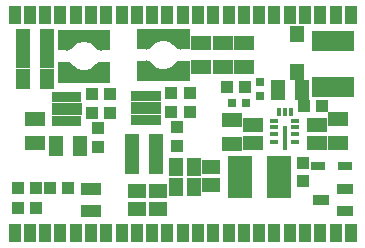
<source format=gts>
G04*
G04 #@! TF.GenerationSoftware,Altium Limited,Altium Designer,20.0.2 (26)*
G04*
G04 Layer_Color=8388736*
%FSLAX25Y25*%
%MOIN*%
G70*
G01*
G75*
%ADD16C,0.04150*%
%ADD17R,0.04150X0.04150*%
%ADD18R,0.05095X0.05213*%
%ADD19R,0.05134X0.02772*%
%ADD20R,0.04150X0.04150*%
%ADD21R,0.14307X0.06827*%
%ADD22R,0.05528X0.03362*%
%ADD23R,0.04803X0.06803*%
%ADD24R,0.06803X0.04803*%
%ADD25R,0.17732X0.04150*%
%ADD26R,0.10252X0.04110*%
%ADD27R,0.01866X0.03716*%
%ADD28R,0.06591X0.04819*%
%ADD29R,0.06276X0.04583*%
%ADD30R,0.04583X0.06276*%
%ADD31R,0.06512X0.04347*%
%ADD32R,0.01787X0.07988*%
%ADD33R,0.03165X0.01787*%
%ADD34R,0.01787X0.03165*%
%ADD35R,0.08284X0.14189*%
%ADD36R,0.02969X0.02969*%
%ADD37R,0.02969X0.02969*%
%ADD38R,0.04150X0.07102*%
%ADD39C,0.01984*%
%ADD40R,0.03953X0.06315*%
D16*
X45920Y56561D02*
G03*
X57180Y56561I5630J3798D01*
G01*
Y64156D02*
G03*
X45920Y64156I-5630J-3798D01*
G01*
X30680Y63806D02*
G03*
X19420Y63806I-5630J-3798D01*
G01*
Y56211D02*
G03*
X30680Y56211I5630J3798D01*
G01*
D17*
X3099Y15950D02*
D03*
X9201D02*
D03*
X54199Y47750D02*
D03*
X60301D02*
D03*
X54249Y41500D02*
D03*
X60351D02*
D03*
X9201Y9550D02*
D03*
X3099D02*
D03*
X13749Y15950D02*
D03*
X19851D02*
D03*
X72699Y49700D02*
D03*
X78801D02*
D03*
X98449Y43300D02*
D03*
X104551D02*
D03*
X33801Y47400D02*
D03*
X27699D02*
D03*
X33851Y41150D02*
D03*
X27749D02*
D03*
D18*
X96250Y54701D02*
D03*
Y67299D02*
D03*
D19*
X112228Y23550D02*
D03*
X103172D02*
D03*
D20*
X98050Y18399D02*
D03*
Y24501D02*
D03*
X56100Y30199D02*
D03*
Y36301D02*
D03*
X29600Y35951D02*
D03*
Y29849D02*
D03*
D21*
X108000Y65066D02*
D03*
Y49633D02*
D03*
D22*
X112234Y8220D02*
D03*
Y15779D02*
D03*
X103966Y12000D02*
D03*
D23*
X49150Y24000D02*
D03*
X41150D02*
D03*
Y30650D02*
D03*
X49150D02*
D03*
X4750Y59300D02*
D03*
X12750D02*
D03*
X23700Y30200D02*
D03*
X15700D02*
D03*
X89700Y48600D02*
D03*
X97700D02*
D03*
X4750Y65750D02*
D03*
X12750D02*
D03*
X4750Y52400D02*
D03*
X12750D02*
D03*
D24*
X71325Y64300D02*
D03*
Y56300D02*
D03*
X78400Y64300D02*
D03*
Y56300D02*
D03*
X64250Y64300D02*
D03*
Y56300D02*
D03*
X109850Y30900D02*
D03*
Y38900D02*
D03*
X74350Y30700D02*
D03*
Y38700D02*
D03*
X8800Y39150D02*
D03*
Y31150D02*
D03*
D25*
X51550Y67150D02*
D03*
Y53567D02*
D03*
X25050Y53217D02*
D03*
Y66800D02*
D03*
D26*
X45768Y42683D02*
D03*
X19268Y42333D02*
D03*
D27*
X41831Y46600D02*
D03*
X43800D02*
D03*
X45768D02*
D03*
X47737D02*
D03*
X49705D02*
D03*
Y38765D02*
D03*
X47737D02*
D03*
X45768D02*
D03*
X43800D02*
D03*
X41831D02*
D03*
X15331Y38415D02*
D03*
X17300D02*
D03*
X19268D02*
D03*
X21237D02*
D03*
X23205D02*
D03*
Y46250D02*
D03*
X21237D02*
D03*
X19268D02*
D03*
X17300D02*
D03*
X15331D02*
D03*
D28*
X81300Y30908D02*
D03*
Y37207D02*
D03*
X102750Y30908D02*
D03*
Y37207D02*
D03*
D29*
X49650Y8940D02*
D03*
Y15160D02*
D03*
X42750Y8940D02*
D03*
Y15160D02*
D03*
X67300Y16990D02*
D03*
Y23210D02*
D03*
D30*
X61865Y16250D02*
D03*
X55644D02*
D03*
X61865Y23137D02*
D03*
X55644D02*
D03*
D31*
X27550Y8360D02*
D03*
Y15840D02*
D03*
D32*
X92032Y32736D02*
D03*
D33*
X88488Y31409D02*
D03*
Y33968D02*
D03*
Y36527D02*
D03*
Y38496D02*
D03*
X95575D02*
D03*
Y36527D02*
D03*
Y33968D02*
D03*
Y31409D02*
D03*
D34*
X90063Y41350D02*
D03*
X92032D02*
D03*
X94000D02*
D03*
D35*
X77154Y19750D02*
D03*
X90146D02*
D03*
D36*
X74500Y44500D02*
D03*
X79100D02*
D03*
D37*
X83650Y46800D02*
D03*
Y51400D02*
D03*
D38*
X58341Y65674D02*
D03*
X44759D02*
D03*
X58341Y55044D02*
D03*
X44759D02*
D03*
X18259Y54694D02*
D03*
X31841D02*
D03*
X18259Y65324D02*
D03*
X31841D02*
D03*
D39*
X49509Y42683D02*
D03*
X45768D02*
D03*
X42028D02*
D03*
X15528Y42333D02*
D03*
X19268D02*
D03*
X23009D02*
D03*
D40*
X1969Y1181D02*
D03*
X7062D02*
D03*
X37623D02*
D03*
X32530D02*
D03*
X27436D02*
D03*
X22343D02*
D03*
X17249D02*
D03*
X12156D02*
D03*
X42717D02*
D03*
X47811D02*
D03*
X52906D02*
D03*
X83473D02*
D03*
X78378D02*
D03*
X73284D02*
D03*
X68189D02*
D03*
X63095D02*
D03*
X58000D02*
D03*
X88568D02*
D03*
X103851D02*
D03*
X93662D02*
D03*
X98757D02*
D03*
X108946D02*
D03*
X114040D02*
D03*
Y73622D02*
D03*
X108947D02*
D03*
X78386D02*
D03*
X83479D02*
D03*
X88573D02*
D03*
X93666D02*
D03*
X98760D02*
D03*
X103853D02*
D03*
X73292D02*
D03*
X68198D02*
D03*
X63103D02*
D03*
X32536D02*
D03*
X37630D02*
D03*
X42725D02*
D03*
X47820D02*
D03*
X52914D02*
D03*
X58009D02*
D03*
X27441D02*
D03*
X12157D02*
D03*
X22347D02*
D03*
X17252D02*
D03*
X7063D02*
D03*
X1969D02*
D03*
M02*

</source>
